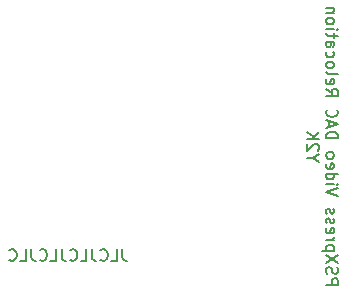
<source format=gbo>
%TF.GenerationSoftware,KiCad,Pcbnew,7.0.5*%
%TF.CreationDate,2023-06-22T09:42:08-05:00*%
%TF.ProjectId,pu-23_VDAC_reloc,70752d32-335f-4564-9441-435f72656c6f,rev?*%
%TF.SameCoordinates,Original*%
%TF.FileFunction,Legend,Bot*%
%TF.FilePolarity,Positive*%
%FSLAX46Y46*%
G04 Gerber Fmt 4.6, Leading zero omitted, Abs format (unit mm)*
G04 Created by KiCad (PCBNEW 7.0.5) date 2023-06-22 09:42:08*
%MOMM*%
%LPD*%
G01*
G04 APERTURE LIST*
%ADD10C,0.160000*%
G04 APERTURE END LIST*
D10*
X116310927Y-82279299D02*
X116310927Y-82993584D01*
X116310927Y-82993584D02*
X116358546Y-83136441D01*
X116358546Y-83136441D02*
X116453784Y-83231680D01*
X116453784Y-83231680D02*
X116596641Y-83279299D01*
X116596641Y-83279299D02*
X116691879Y-83279299D01*
X115358546Y-83279299D02*
X115834736Y-83279299D01*
X115834736Y-83279299D02*
X115834736Y-82279299D01*
X114453784Y-83184060D02*
X114501403Y-83231680D01*
X114501403Y-83231680D02*
X114644260Y-83279299D01*
X114644260Y-83279299D02*
X114739498Y-83279299D01*
X114739498Y-83279299D02*
X114882355Y-83231680D01*
X114882355Y-83231680D02*
X114977593Y-83136441D01*
X114977593Y-83136441D02*
X115025212Y-83041203D01*
X115025212Y-83041203D02*
X115072831Y-82850727D01*
X115072831Y-82850727D02*
X115072831Y-82707870D01*
X115072831Y-82707870D02*
X115025212Y-82517394D01*
X115025212Y-82517394D02*
X114977593Y-82422156D01*
X114977593Y-82422156D02*
X114882355Y-82326918D01*
X114882355Y-82326918D02*
X114739498Y-82279299D01*
X114739498Y-82279299D02*
X114644260Y-82279299D01*
X114644260Y-82279299D02*
X114501403Y-82326918D01*
X114501403Y-82326918D02*
X114453784Y-82374537D01*
X113739498Y-82279299D02*
X113739498Y-82993584D01*
X113739498Y-82993584D02*
X113787117Y-83136441D01*
X113787117Y-83136441D02*
X113882355Y-83231680D01*
X113882355Y-83231680D02*
X114025212Y-83279299D01*
X114025212Y-83279299D02*
X114120450Y-83279299D01*
X112787117Y-83279299D02*
X113263307Y-83279299D01*
X113263307Y-83279299D02*
X113263307Y-82279299D01*
X111882355Y-83184060D02*
X111929974Y-83231680D01*
X111929974Y-83231680D02*
X112072831Y-83279299D01*
X112072831Y-83279299D02*
X112168069Y-83279299D01*
X112168069Y-83279299D02*
X112310926Y-83231680D01*
X112310926Y-83231680D02*
X112406164Y-83136441D01*
X112406164Y-83136441D02*
X112453783Y-83041203D01*
X112453783Y-83041203D02*
X112501402Y-82850727D01*
X112501402Y-82850727D02*
X112501402Y-82707870D01*
X112501402Y-82707870D02*
X112453783Y-82517394D01*
X112453783Y-82517394D02*
X112406164Y-82422156D01*
X112406164Y-82422156D02*
X112310926Y-82326918D01*
X112310926Y-82326918D02*
X112168069Y-82279299D01*
X112168069Y-82279299D02*
X112072831Y-82279299D01*
X112072831Y-82279299D02*
X111929974Y-82326918D01*
X111929974Y-82326918D02*
X111882355Y-82374537D01*
X111168069Y-82279299D02*
X111168069Y-82993584D01*
X111168069Y-82993584D02*
X111215688Y-83136441D01*
X111215688Y-83136441D02*
X111310926Y-83231680D01*
X111310926Y-83231680D02*
X111453783Y-83279299D01*
X111453783Y-83279299D02*
X111549021Y-83279299D01*
X110215688Y-83279299D02*
X110691878Y-83279299D01*
X110691878Y-83279299D02*
X110691878Y-82279299D01*
X109310926Y-83184060D02*
X109358545Y-83231680D01*
X109358545Y-83231680D02*
X109501402Y-83279299D01*
X109501402Y-83279299D02*
X109596640Y-83279299D01*
X109596640Y-83279299D02*
X109739497Y-83231680D01*
X109739497Y-83231680D02*
X109834735Y-83136441D01*
X109834735Y-83136441D02*
X109882354Y-83041203D01*
X109882354Y-83041203D02*
X109929973Y-82850727D01*
X109929973Y-82850727D02*
X109929973Y-82707870D01*
X109929973Y-82707870D02*
X109882354Y-82517394D01*
X109882354Y-82517394D02*
X109834735Y-82422156D01*
X109834735Y-82422156D02*
X109739497Y-82326918D01*
X109739497Y-82326918D02*
X109596640Y-82279299D01*
X109596640Y-82279299D02*
X109501402Y-82279299D01*
X109501402Y-82279299D02*
X109358545Y-82326918D01*
X109358545Y-82326918D02*
X109310926Y-82374537D01*
X108596640Y-82279299D02*
X108596640Y-82993584D01*
X108596640Y-82993584D02*
X108644259Y-83136441D01*
X108644259Y-83136441D02*
X108739497Y-83231680D01*
X108739497Y-83231680D02*
X108882354Y-83279299D01*
X108882354Y-83279299D02*
X108977592Y-83279299D01*
X107644259Y-83279299D02*
X108120449Y-83279299D01*
X108120449Y-83279299D02*
X108120449Y-82279299D01*
X106739497Y-83184060D02*
X106787116Y-83231680D01*
X106787116Y-83231680D02*
X106929973Y-83279299D01*
X106929973Y-83279299D02*
X107025211Y-83279299D01*
X107025211Y-83279299D02*
X107168068Y-83231680D01*
X107168068Y-83231680D02*
X107263306Y-83136441D01*
X107263306Y-83136441D02*
X107310925Y-83041203D01*
X107310925Y-83041203D02*
X107358544Y-82850727D01*
X107358544Y-82850727D02*
X107358544Y-82707870D01*
X107358544Y-82707870D02*
X107310925Y-82517394D01*
X107310925Y-82517394D02*
X107263306Y-82422156D01*
X107263306Y-82422156D02*
X107168068Y-82326918D01*
X107168068Y-82326918D02*
X107025211Y-82279299D01*
X107025211Y-82279299D02*
X106929973Y-82279299D01*
X106929973Y-82279299D02*
X106787116Y-82326918D01*
X106787116Y-82326918D02*
X106739497Y-82374537D01*
X133570700Y-85328096D02*
X134570700Y-85328096D01*
X134570700Y-85328096D02*
X134570700Y-84947144D01*
X134570700Y-84947144D02*
X134523081Y-84851906D01*
X134523081Y-84851906D02*
X134475462Y-84804287D01*
X134475462Y-84804287D02*
X134380224Y-84756668D01*
X134380224Y-84756668D02*
X134237367Y-84756668D01*
X134237367Y-84756668D02*
X134142129Y-84804287D01*
X134142129Y-84804287D02*
X134094510Y-84851906D01*
X134094510Y-84851906D02*
X134046891Y-84947144D01*
X134046891Y-84947144D02*
X134046891Y-85328096D01*
X133618320Y-84375715D02*
X133570700Y-84232858D01*
X133570700Y-84232858D02*
X133570700Y-83994763D01*
X133570700Y-83994763D02*
X133618320Y-83899525D01*
X133618320Y-83899525D02*
X133665939Y-83851906D01*
X133665939Y-83851906D02*
X133761177Y-83804287D01*
X133761177Y-83804287D02*
X133856415Y-83804287D01*
X133856415Y-83804287D02*
X133951653Y-83851906D01*
X133951653Y-83851906D02*
X133999272Y-83899525D01*
X133999272Y-83899525D02*
X134046891Y-83994763D01*
X134046891Y-83994763D02*
X134094510Y-84185239D01*
X134094510Y-84185239D02*
X134142129Y-84280477D01*
X134142129Y-84280477D02*
X134189748Y-84328096D01*
X134189748Y-84328096D02*
X134284986Y-84375715D01*
X134284986Y-84375715D02*
X134380224Y-84375715D01*
X134380224Y-84375715D02*
X134475462Y-84328096D01*
X134475462Y-84328096D02*
X134523081Y-84280477D01*
X134523081Y-84280477D02*
X134570700Y-84185239D01*
X134570700Y-84185239D02*
X134570700Y-83947144D01*
X134570700Y-83947144D02*
X134523081Y-83804287D01*
X134570700Y-83470953D02*
X133570700Y-82804287D01*
X134570700Y-82804287D02*
X133570700Y-83470953D01*
X134237367Y-82423334D02*
X133237367Y-82423334D01*
X134189748Y-82423334D02*
X134237367Y-82328096D01*
X134237367Y-82328096D02*
X134237367Y-82137620D01*
X134237367Y-82137620D02*
X134189748Y-82042382D01*
X134189748Y-82042382D02*
X134142129Y-81994763D01*
X134142129Y-81994763D02*
X134046891Y-81947144D01*
X134046891Y-81947144D02*
X133761177Y-81947144D01*
X133761177Y-81947144D02*
X133665939Y-81994763D01*
X133665939Y-81994763D02*
X133618320Y-82042382D01*
X133618320Y-82042382D02*
X133570700Y-82137620D01*
X133570700Y-82137620D02*
X133570700Y-82328096D01*
X133570700Y-82328096D02*
X133618320Y-82423334D01*
X133570700Y-81518572D02*
X134237367Y-81518572D01*
X134046891Y-81518572D02*
X134142129Y-81470953D01*
X134142129Y-81470953D02*
X134189748Y-81423334D01*
X134189748Y-81423334D02*
X134237367Y-81328096D01*
X134237367Y-81328096D02*
X134237367Y-81232858D01*
X133618320Y-80518572D02*
X133570700Y-80613810D01*
X133570700Y-80613810D02*
X133570700Y-80804286D01*
X133570700Y-80804286D02*
X133618320Y-80899524D01*
X133618320Y-80899524D02*
X133713558Y-80947143D01*
X133713558Y-80947143D02*
X134094510Y-80947143D01*
X134094510Y-80947143D02*
X134189748Y-80899524D01*
X134189748Y-80899524D02*
X134237367Y-80804286D01*
X134237367Y-80804286D02*
X134237367Y-80613810D01*
X134237367Y-80613810D02*
X134189748Y-80518572D01*
X134189748Y-80518572D02*
X134094510Y-80470953D01*
X134094510Y-80470953D02*
X133999272Y-80470953D01*
X133999272Y-80470953D02*
X133904034Y-80947143D01*
X133618320Y-80090000D02*
X133570700Y-79994762D01*
X133570700Y-79994762D02*
X133570700Y-79804286D01*
X133570700Y-79804286D02*
X133618320Y-79709048D01*
X133618320Y-79709048D02*
X133713558Y-79661429D01*
X133713558Y-79661429D02*
X133761177Y-79661429D01*
X133761177Y-79661429D02*
X133856415Y-79709048D01*
X133856415Y-79709048D02*
X133904034Y-79804286D01*
X133904034Y-79804286D02*
X133904034Y-79947143D01*
X133904034Y-79947143D02*
X133951653Y-80042381D01*
X133951653Y-80042381D02*
X134046891Y-80090000D01*
X134046891Y-80090000D02*
X134094510Y-80090000D01*
X134094510Y-80090000D02*
X134189748Y-80042381D01*
X134189748Y-80042381D02*
X134237367Y-79947143D01*
X134237367Y-79947143D02*
X134237367Y-79804286D01*
X134237367Y-79804286D02*
X134189748Y-79709048D01*
X133618320Y-79280476D02*
X133570700Y-79185238D01*
X133570700Y-79185238D02*
X133570700Y-78994762D01*
X133570700Y-78994762D02*
X133618320Y-78899524D01*
X133618320Y-78899524D02*
X133713558Y-78851905D01*
X133713558Y-78851905D02*
X133761177Y-78851905D01*
X133761177Y-78851905D02*
X133856415Y-78899524D01*
X133856415Y-78899524D02*
X133904034Y-78994762D01*
X133904034Y-78994762D02*
X133904034Y-79137619D01*
X133904034Y-79137619D02*
X133951653Y-79232857D01*
X133951653Y-79232857D02*
X134046891Y-79280476D01*
X134046891Y-79280476D02*
X134094510Y-79280476D01*
X134094510Y-79280476D02*
X134189748Y-79232857D01*
X134189748Y-79232857D02*
X134237367Y-79137619D01*
X134237367Y-79137619D02*
X134237367Y-78994762D01*
X134237367Y-78994762D02*
X134189748Y-78899524D01*
X134570700Y-77804285D02*
X133570700Y-77470952D01*
X133570700Y-77470952D02*
X134570700Y-77137619D01*
X133570700Y-76804285D02*
X134237367Y-76804285D01*
X134570700Y-76804285D02*
X134523081Y-76851904D01*
X134523081Y-76851904D02*
X134475462Y-76804285D01*
X134475462Y-76804285D02*
X134523081Y-76756666D01*
X134523081Y-76756666D02*
X134570700Y-76804285D01*
X134570700Y-76804285D02*
X134475462Y-76804285D01*
X133570700Y-75899524D02*
X134570700Y-75899524D01*
X133618320Y-75899524D02*
X133570700Y-75994762D01*
X133570700Y-75994762D02*
X133570700Y-76185238D01*
X133570700Y-76185238D02*
X133618320Y-76280476D01*
X133618320Y-76280476D02*
X133665939Y-76328095D01*
X133665939Y-76328095D02*
X133761177Y-76375714D01*
X133761177Y-76375714D02*
X134046891Y-76375714D01*
X134046891Y-76375714D02*
X134142129Y-76328095D01*
X134142129Y-76328095D02*
X134189748Y-76280476D01*
X134189748Y-76280476D02*
X134237367Y-76185238D01*
X134237367Y-76185238D02*
X134237367Y-75994762D01*
X134237367Y-75994762D02*
X134189748Y-75899524D01*
X133618320Y-75042381D02*
X133570700Y-75137619D01*
X133570700Y-75137619D02*
X133570700Y-75328095D01*
X133570700Y-75328095D02*
X133618320Y-75423333D01*
X133618320Y-75423333D02*
X133713558Y-75470952D01*
X133713558Y-75470952D02*
X134094510Y-75470952D01*
X134094510Y-75470952D02*
X134189748Y-75423333D01*
X134189748Y-75423333D02*
X134237367Y-75328095D01*
X134237367Y-75328095D02*
X134237367Y-75137619D01*
X134237367Y-75137619D02*
X134189748Y-75042381D01*
X134189748Y-75042381D02*
X134094510Y-74994762D01*
X134094510Y-74994762D02*
X133999272Y-74994762D01*
X133999272Y-74994762D02*
X133904034Y-75470952D01*
X133570700Y-74423333D02*
X133618320Y-74518571D01*
X133618320Y-74518571D02*
X133665939Y-74566190D01*
X133665939Y-74566190D02*
X133761177Y-74613809D01*
X133761177Y-74613809D02*
X134046891Y-74613809D01*
X134046891Y-74613809D02*
X134142129Y-74566190D01*
X134142129Y-74566190D02*
X134189748Y-74518571D01*
X134189748Y-74518571D02*
X134237367Y-74423333D01*
X134237367Y-74423333D02*
X134237367Y-74280476D01*
X134237367Y-74280476D02*
X134189748Y-74185238D01*
X134189748Y-74185238D02*
X134142129Y-74137619D01*
X134142129Y-74137619D02*
X134046891Y-74090000D01*
X134046891Y-74090000D02*
X133761177Y-74090000D01*
X133761177Y-74090000D02*
X133665939Y-74137619D01*
X133665939Y-74137619D02*
X133618320Y-74185238D01*
X133618320Y-74185238D02*
X133570700Y-74280476D01*
X133570700Y-74280476D02*
X133570700Y-74423333D01*
X133570700Y-72899523D02*
X134570700Y-72899523D01*
X134570700Y-72899523D02*
X134570700Y-72661428D01*
X134570700Y-72661428D02*
X134523081Y-72518571D01*
X134523081Y-72518571D02*
X134427843Y-72423333D01*
X134427843Y-72423333D02*
X134332605Y-72375714D01*
X134332605Y-72375714D02*
X134142129Y-72328095D01*
X134142129Y-72328095D02*
X133999272Y-72328095D01*
X133999272Y-72328095D02*
X133808796Y-72375714D01*
X133808796Y-72375714D02*
X133713558Y-72423333D01*
X133713558Y-72423333D02*
X133618320Y-72518571D01*
X133618320Y-72518571D02*
X133570700Y-72661428D01*
X133570700Y-72661428D02*
X133570700Y-72899523D01*
X133856415Y-71947142D02*
X133856415Y-71470952D01*
X133570700Y-72042380D02*
X134570700Y-71709047D01*
X134570700Y-71709047D02*
X133570700Y-71375714D01*
X133665939Y-70470952D02*
X133618320Y-70518571D01*
X133618320Y-70518571D02*
X133570700Y-70661428D01*
X133570700Y-70661428D02*
X133570700Y-70756666D01*
X133570700Y-70756666D02*
X133618320Y-70899523D01*
X133618320Y-70899523D02*
X133713558Y-70994761D01*
X133713558Y-70994761D02*
X133808796Y-71042380D01*
X133808796Y-71042380D02*
X133999272Y-71089999D01*
X133999272Y-71089999D02*
X134142129Y-71089999D01*
X134142129Y-71089999D02*
X134332605Y-71042380D01*
X134332605Y-71042380D02*
X134427843Y-70994761D01*
X134427843Y-70994761D02*
X134523081Y-70899523D01*
X134523081Y-70899523D02*
X134570700Y-70756666D01*
X134570700Y-70756666D02*
X134570700Y-70661428D01*
X134570700Y-70661428D02*
X134523081Y-70518571D01*
X134523081Y-70518571D02*
X134475462Y-70470952D01*
X133570700Y-68709047D02*
X134046891Y-69042380D01*
X133570700Y-69280475D02*
X134570700Y-69280475D01*
X134570700Y-69280475D02*
X134570700Y-68899523D01*
X134570700Y-68899523D02*
X134523081Y-68804285D01*
X134523081Y-68804285D02*
X134475462Y-68756666D01*
X134475462Y-68756666D02*
X134380224Y-68709047D01*
X134380224Y-68709047D02*
X134237367Y-68709047D01*
X134237367Y-68709047D02*
X134142129Y-68756666D01*
X134142129Y-68756666D02*
X134094510Y-68804285D01*
X134094510Y-68804285D02*
X134046891Y-68899523D01*
X134046891Y-68899523D02*
X134046891Y-69280475D01*
X133618320Y-67899523D02*
X133570700Y-67994761D01*
X133570700Y-67994761D02*
X133570700Y-68185237D01*
X133570700Y-68185237D02*
X133618320Y-68280475D01*
X133618320Y-68280475D02*
X133713558Y-68328094D01*
X133713558Y-68328094D02*
X134094510Y-68328094D01*
X134094510Y-68328094D02*
X134189748Y-68280475D01*
X134189748Y-68280475D02*
X134237367Y-68185237D01*
X134237367Y-68185237D02*
X134237367Y-67994761D01*
X134237367Y-67994761D02*
X134189748Y-67899523D01*
X134189748Y-67899523D02*
X134094510Y-67851904D01*
X134094510Y-67851904D02*
X133999272Y-67851904D01*
X133999272Y-67851904D02*
X133904034Y-68328094D01*
X133570700Y-67280475D02*
X133618320Y-67375713D01*
X133618320Y-67375713D02*
X133713558Y-67423332D01*
X133713558Y-67423332D02*
X134570700Y-67423332D01*
X133570700Y-66756665D02*
X133618320Y-66851903D01*
X133618320Y-66851903D02*
X133665939Y-66899522D01*
X133665939Y-66899522D02*
X133761177Y-66947141D01*
X133761177Y-66947141D02*
X134046891Y-66947141D01*
X134046891Y-66947141D02*
X134142129Y-66899522D01*
X134142129Y-66899522D02*
X134189748Y-66851903D01*
X134189748Y-66851903D02*
X134237367Y-66756665D01*
X134237367Y-66756665D02*
X134237367Y-66613808D01*
X134237367Y-66613808D02*
X134189748Y-66518570D01*
X134189748Y-66518570D02*
X134142129Y-66470951D01*
X134142129Y-66470951D02*
X134046891Y-66423332D01*
X134046891Y-66423332D02*
X133761177Y-66423332D01*
X133761177Y-66423332D02*
X133665939Y-66470951D01*
X133665939Y-66470951D02*
X133618320Y-66518570D01*
X133618320Y-66518570D02*
X133570700Y-66613808D01*
X133570700Y-66613808D02*
X133570700Y-66756665D01*
X133618320Y-65566189D02*
X133570700Y-65661427D01*
X133570700Y-65661427D02*
X133570700Y-65851903D01*
X133570700Y-65851903D02*
X133618320Y-65947141D01*
X133618320Y-65947141D02*
X133665939Y-65994760D01*
X133665939Y-65994760D02*
X133761177Y-66042379D01*
X133761177Y-66042379D02*
X134046891Y-66042379D01*
X134046891Y-66042379D02*
X134142129Y-65994760D01*
X134142129Y-65994760D02*
X134189748Y-65947141D01*
X134189748Y-65947141D02*
X134237367Y-65851903D01*
X134237367Y-65851903D02*
X134237367Y-65661427D01*
X134237367Y-65661427D02*
X134189748Y-65566189D01*
X133570700Y-64709046D02*
X134094510Y-64709046D01*
X134094510Y-64709046D02*
X134189748Y-64756665D01*
X134189748Y-64756665D02*
X134237367Y-64851903D01*
X134237367Y-64851903D02*
X134237367Y-65042379D01*
X134237367Y-65042379D02*
X134189748Y-65137617D01*
X133618320Y-64709046D02*
X133570700Y-64804284D01*
X133570700Y-64804284D02*
X133570700Y-65042379D01*
X133570700Y-65042379D02*
X133618320Y-65137617D01*
X133618320Y-65137617D02*
X133713558Y-65185236D01*
X133713558Y-65185236D02*
X133808796Y-65185236D01*
X133808796Y-65185236D02*
X133904034Y-65137617D01*
X133904034Y-65137617D02*
X133951653Y-65042379D01*
X133951653Y-65042379D02*
X133951653Y-64804284D01*
X133951653Y-64804284D02*
X133999272Y-64709046D01*
X134237367Y-64375712D02*
X134237367Y-63994760D01*
X134570700Y-64232855D02*
X133713558Y-64232855D01*
X133713558Y-64232855D02*
X133618320Y-64185236D01*
X133618320Y-64185236D02*
X133570700Y-64089998D01*
X133570700Y-64089998D02*
X133570700Y-63994760D01*
X133570700Y-63661426D02*
X134237367Y-63661426D01*
X134570700Y-63661426D02*
X134523081Y-63709045D01*
X134523081Y-63709045D02*
X134475462Y-63661426D01*
X134475462Y-63661426D02*
X134523081Y-63613807D01*
X134523081Y-63613807D02*
X134570700Y-63661426D01*
X134570700Y-63661426D02*
X134475462Y-63661426D01*
X133570700Y-63042379D02*
X133618320Y-63137617D01*
X133618320Y-63137617D02*
X133665939Y-63185236D01*
X133665939Y-63185236D02*
X133761177Y-63232855D01*
X133761177Y-63232855D02*
X134046891Y-63232855D01*
X134046891Y-63232855D02*
X134142129Y-63185236D01*
X134142129Y-63185236D02*
X134189748Y-63137617D01*
X134189748Y-63137617D02*
X134237367Y-63042379D01*
X134237367Y-63042379D02*
X134237367Y-62899522D01*
X134237367Y-62899522D02*
X134189748Y-62804284D01*
X134189748Y-62804284D02*
X134142129Y-62756665D01*
X134142129Y-62756665D02*
X134046891Y-62709046D01*
X134046891Y-62709046D02*
X133761177Y-62709046D01*
X133761177Y-62709046D02*
X133665939Y-62756665D01*
X133665939Y-62756665D02*
X133618320Y-62804284D01*
X133618320Y-62804284D02*
X133570700Y-62899522D01*
X133570700Y-62899522D02*
X133570700Y-63042379D01*
X134237367Y-62280474D02*
X133570700Y-62280474D01*
X134142129Y-62280474D02*
X134189748Y-62232855D01*
X134189748Y-62232855D02*
X134237367Y-62137617D01*
X134237367Y-62137617D02*
X134237367Y-61994760D01*
X134237367Y-61994760D02*
X134189748Y-61899522D01*
X134189748Y-61899522D02*
X134094510Y-61851903D01*
X134094510Y-61851903D02*
X133570700Y-61851903D01*
X132436891Y-74566190D02*
X131960700Y-74566190D01*
X132960700Y-74899523D02*
X132436891Y-74566190D01*
X132436891Y-74566190D02*
X132960700Y-74232857D01*
X132865462Y-73947142D02*
X132913081Y-73899523D01*
X132913081Y-73899523D02*
X132960700Y-73804285D01*
X132960700Y-73804285D02*
X132960700Y-73566190D01*
X132960700Y-73566190D02*
X132913081Y-73470952D01*
X132913081Y-73470952D02*
X132865462Y-73423333D01*
X132865462Y-73423333D02*
X132770224Y-73375714D01*
X132770224Y-73375714D02*
X132674986Y-73375714D01*
X132674986Y-73375714D02*
X132532129Y-73423333D01*
X132532129Y-73423333D02*
X131960700Y-73994761D01*
X131960700Y-73994761D02*
X131960700Y-73375714D01*
X131960700Y-72947142D02*
X132960700Y-72947142D01*
X131960700Y-72375714D02*
X132532129Y-72804285D01*
X132960700Y-72375714D02*
X132389272Y-72947142D01*
%LPC*%
%LPD*%
M02*

</source>
